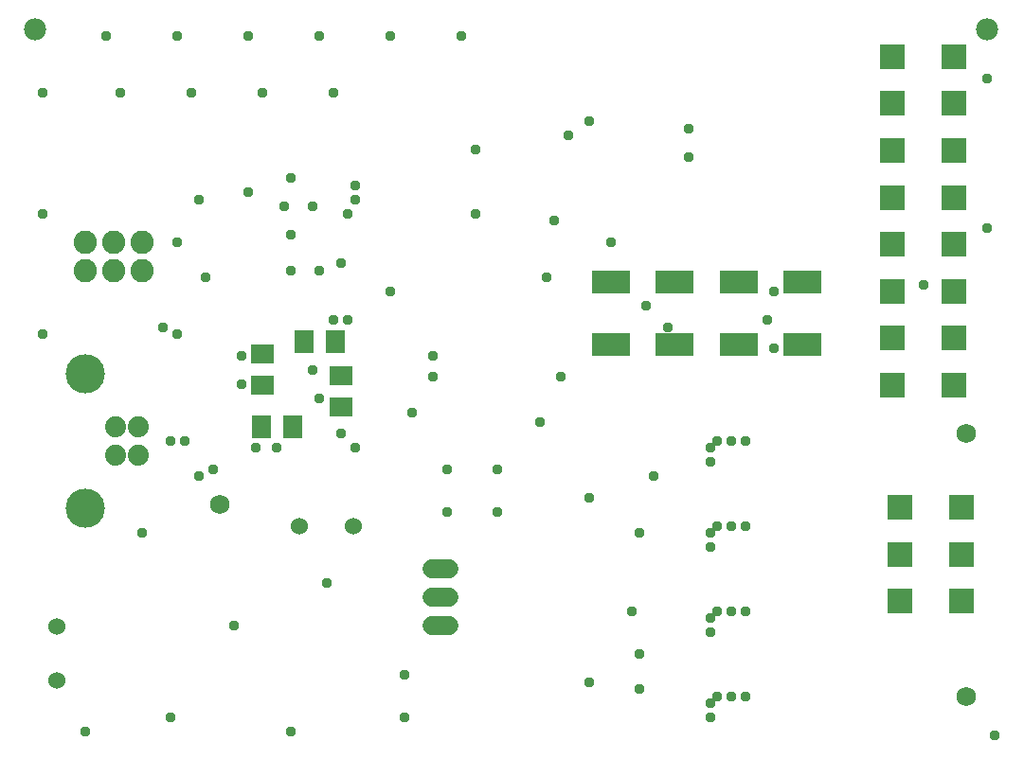
<source format=gbr>
G04 EAGLE Gerber X2 export*
%TF.Part,Single*%
%TF.FileFunction,Soldermask,Bot,1*%
%TF.FilePolarity,Negative*%
%TF.GenerationSoftware,Autodesk,EAGLE,8.7.1*%
%TF.CreationDate,2018-04-19T12:08:15Z*%
G75*
%MOMM*%
%FSLAX34Y34*%
%LPD*%
%AMOC8*
5,1,8,0,0,1.08239X$1,22.5*%
G01*
%ADD10C,1.981200*%
%ADD11C,1.727200*%
%ADD12C,1.879600*%
%ADD13C,3.505200*%
%ADD14C,2.082800*%
%ADD15R,3.403200X2.003200*%
%ADD16C,1.524000*%
%ADD17R,2.303200X2.303200*%
%ADD18R,2.003200X1.803200*%
%ADD19R,1.803200X2.003200*%
%ADD20C,1.727200*%
%ADD21C,0.959600*%


D10*
X19050Y647700D03*
X869950Y647700D03*
D11*
X850900Y50800D03*
X850900Y285750D03*
X184150Y222250D03*
D12*
X110612Y266900D03*
X110612Y291900D03*
X90800Y291900D03*
X90800Y266900D03*
D13*
X63622Y219202D03*
X63622Y339598D03*
D14*
X63500Y431800D03*
X63500Y457200D03*
X88900Y431800D03*
X88900Y457200D03*
X114300Y431800D03*
X114300Y457200D03*
D15*
X647700Y365700D03*
X647700Y421700D03*
X704850Y365700D03*
X704850Y421700D03*
X533400Y365700D03*
X533400Y421700D03*
X590550Y365700D03*
X590550Y421700D03*
D16*
X38100Y64770D03*
X38100Y113030D03*
X255270Y203200D03*
X303530Y203200D03*
D17*
X846650Y219800D03*
X846650Y177800D03*
X846650Y135800D03*
X791650Y135800D03*
X791650Y177800D03*
X791650Y219800D03*
X840300Y623250D03*
X840300Y581250D03*
X840300Y539250D03*
X840300Y497250D03*
X840300Y455250D03*
X840300Y413250D03*
X840300Y371250D03*
X840300Y329250D03*
X785300Y497250D03*
X785300Y455250D03*
X785300Y413250D03*
X785300Y371250D03*
X785300Y329250D03*
X785300Y623250D03*
X785300Y581250D03*
X785300Y539250D03*
D18*
X222250Y356900D03*
X222250Y328900D03*
X292100Y309850D03*
X292100Y337850D03*
D19*
X287050Y368300D03*
X259050Y368300D03*
X220950Y292100D03*
X248950Y292100D03*
D20*
X373380Y114300D02*
X388620Y114300D01*
X388620Y139700D02*
X373380Y139700D01*
X373380Y165100D02*
X388620Y165100D01*
D21*
X654050Y279400D03*
X641350Y279400D03*
X628650Y279400D03*
X622300Y273050D03*
X622300Y260350D03*
X654050Y203200D03*
X641350Y203200D03*
X628650Y203200D03*
X622300Y196850D03*
X622300Y184150D03*
X654050Y127000D03*
X641350Y127000D03*
X628650Y127000D03*
X622300Y120650D03*
X622300Y107950D03*
X654050Y50800D03*
X641350Y50800D03*
X628650Y50800D03*
X622300Y44450D03*
X622300Y31750D03*
X139700Y31750D03*
X279400Y152400D03*
X196850Y114300D03*
X114300Y196850D03*
X203200Y330200D03*
X285750Y387350D03*
X234950Y273050D03*
X400050Y641350D03*
X336550Y641350D03*
X273050Y641350D03*
X209550Y641350D03*
X146050Y641350D03*
X82550Y641350D03*
X241300Y488950D03*
X266700Y488950D03*
X266700Y342900D03*
X552450Y127000D03*
X603250Y533400D03*
X514350Y63500D03*
X514350Y228600D03*
X476250Y425450D03*
X374650Y336550D03*
X374650Y355600D03*
X387350Y254000D03*
X387350Y215900D03*
X431800Y215900D03*
X431800Y254000D03*
X146050Y457200D03*
X171450Y425450D03*
X336550Y412750D03*
X25400Y482600D03*
X25400Y374650D03*
X869950Y603250D03*
X869950Y469900D03*
X482600Y476250D03*
X412750Y539750D03*
X273050Y431800D03*
X349250Y69850D03*
X349250Y31750D03*
X247650Y19050D03*
X63500Y19050D03*
X812800Y419100D03*
X565150Y400050D03*
X679450Y361950D03*
X679450Y412750D03*
X177800Y254000D03*
X203200Y355600D03*
X298450Y387350D03*
X273050Y317500D03*
X215900Y273050D03*
X165100Y247650D03*
X298450Y482600D03*
X603250Y558800D03*
X533400Y457200D03*
X488950Y336550D03*
X469646Y295910D03*
X209550Y501650D03*
X247650Y431800D03*
X158750Y590550D03*
X25400Y590550D03*
X247650Y463550D03*
X165100Y495300D03*
X95250Y590550D03*
X222250Y590550D03*
X285750Y590550D03*
X876554Y15748D03*
X247650Y514350D03*
X292100Y438150D03*
X558800Y57150D03*
X571500Y247650D03*
X558800Y88900D03*
X139700Y279400D03*
X146050Y374650D03*
X152400Y279400D03*
X133350Y381000D03*
X558800Y196850D03*
X292100Y285750D03*
X304800Y495300D03*
X514350Y565150D03*
X304800Y273050D03*
X304800Y508000D03*
X495300Y552450D03*
X355600Y304800D03*
X412750Y482600D03*
X673100Y387350D03*
X584200Y381000D03*
M02*

</source>
